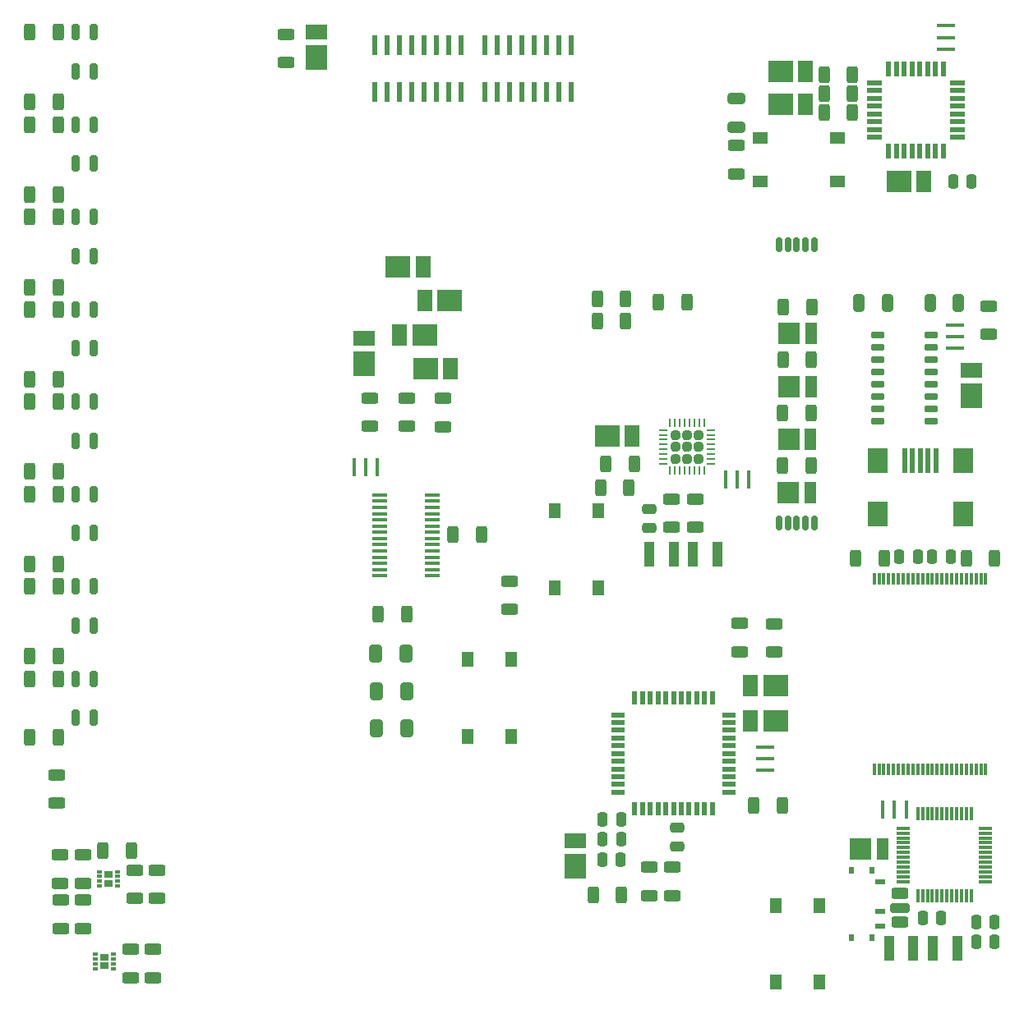
<source format=gbr>
%TF.GenerationSoftware,KiCad,Pcbnew,(6.0.5)*%
%TF.CreationDate,2023-05-31T19:37:01+03:00*%
%TF.ProjectId,JLC1,4a4c4331-2e6b-4696-9361-645f70636258,rev?*%
%TF.SameCoordinates,Original*%
%TF.FileFunction,Paste,Top*%
%TF.FilePolarity,Positive*%
%FSLAX46Y46*%
G04 Gerber Fmt 4.6, Leading zero omitted, Abs format (unit mm)*
G04 Created by KiCad (PCBNEW (6.0.5)) date 2023-05-31 19:37:01*
%MOMM*%
%LPD*%
G01*
G04 APERTURE LIST*
G04 Aperture macros list*
%AMRoundRect*
0 Rectangle with rounded corners*
0 $1 Rounding radius*
0 $2 $3 $4 $5 $6 $7 $8 $9 X,Y pos of 4 corners*
0 Add a 4 corners polygon primitive as box body*
4,1,4,$2,$3,$4,$5,$6,$7,$8,$9,$2,$3,0*
0 Add four circle primitives for the rounded corners*
1,1,$1+$1,$2,$3*
1,1,$1+$1,$4,$5*
1,1,$1+$1,$6,$7*
1,1,$1+$1,$8,$9*
0 Add four rect primitives between the rounded corners*
20,1,$1+$1,$2,$3,$4,$5,0*
20,1,$1+$1,$4,$5,$6,$7,0*
20,1,$1+$1,$6,$7,$8,$9,0*
20,1,$1+$1,$8,$9,$2,$3,0*%
G04 Aperture macros list end*
%ADD10RoundRect,0.250000X0.312500X0.625000X-0.312500X0.625000X-0.312500X-0.625000X0.312500X-0.625000X0*%
%ADD11RoundRect,0.250000X-0.312500X-0.625000X0.312500X-0.625000X0.312500X0.625000X-0.312500X0.625000X0*%
%ADD12RoundRect,0.250000X0.625000X-0.312500X0.625000X0.312500X-0.625000X0.312500X-0.625000X-0.312500X0*%
%ADD13RoundRect,0.250000X-0.625000X0.312500X-0.625000X-0.312500X0.625000X-0.312500X0.625000X0.312500X0*%
%ADD14RoundRect,0.175000X-0.175000X-0.575000X0.175000X-0.575000X0.175000X0.575000X-0.175000X0.575000X0*%
%ADD15R,1.300000X1.550000*%
%ADD16R,2.500000X2.200000*%
%ADD17R,1.550000X2.200000*%
%ADD18R,0.508000X1.473200*%
%ADD19R,1.473200X0.508000*%
%ADD20RoundRect,0.197500X-0.197500X-0.632500X0.197500X-0.632500X0.197500X0.632500X-0.197500X0.632500X0*%
%ADD21R,2.200000X2.200000*%
%ADD22R,1.250000X2.200000*%
%ADD23RoundRect,0.250000X-0.250000X-0.475000X0.250000X-0.475000X0.250000X0.475000X-0.250000X0.475000X0*%
%ADD24RoundRect,0.250000X0.250000X0.475000X-0.250000X0.475000X-0.250000X-0.475000X0.250000X-0.475000X0*%
%ADD25R,0.300000X1.275000*%
%ADD26R,1.525000X0.440000*%
%ADD27R,0.599440X1.998980*%
%ADD28R,2.200000X2.500000*%
%ADD29R,2.200000X1.550000*%
%ADD30R,1.475000X0.300000*%
%ADD31R,0.300000X1.475000*%
%ADD32RoundRect,0.250000X-0.750000X0.250000X-0.750000X-0.250000X0.750000X-0.250000X0.750000X0.250000X0*%
%ADD33R,0.550000X1.600000*%
%ADD34R,1.600000X0.550000*%
%ADD35RoundRect,0.250000X-0.412500X-0.650000X0.412500X-0.650000X0.412500X0.650000X-0.412500X0.650000X0*%
%ADD36R,1.000000X0.500000*%
%ADD37R,0.500000X0.800000*%
%ADD38R,0.400000X1.900000*%
%ADD39RoundRect,0.250000X-0.475000X0.250000X-0.475000X-0.250000X0.475000X-0.250000X0.475000X0.250000X0*%
%ADD40R,1.550000X1.300000*%
%ADD41RoundRect,0.242500X0.242500X0.242500X-0.242500X0.242500X-0.242500X-0.242500X0.242500X-0.242500X0*%
%ADD42RoundRect,0.062500X0.337500X0.062500X-0.337500X0.062500X-0.337500X-0.062500X0.337500X-0.062500X0*%
%ADD43RoundRect,0.062500X0.062500X0.337500X-0.062500X0.337500X-0.062500X-0.337500X0.062500X-0.337500X0*%
%ADD44RoundRect,0.250000X-0.325000X-0.650000X0.325000X-0.650000X0.325000X0.650000X-0.325000X0.650000X0*%
%ADD45R,0.500000X2.500000*%
%ADD46R,2.000000X2.500000*%
%ADD47R,1.100000X2.500000*%
%ADD48RoundRect,0.250000X-0.650000X0.325000X-0.650000X-0.325000X0.650000X-0.325000X0.650000X0.325000X0*%
%ADD49RoundRect,0.250000X0.475000X-0.250000X0.475000X0.250000X-0.475000X0.250000X-0.475000X-0.250000X0*%
%ADD50RoundRect,0.250000X0.325000X0.650000X-0.325000X0.650000X-0.325000X-0.650000X0.325000X-0.650000X0*%
%ADD51R,1.900000X0.400000*%
%ADD52R,0.850000X0.650000*%
%ADD53R,0.500000X0.300000*%
%ADD54RoundRect,0.049600X0.605400X0.260400X-0.605400X0.260400X-0.605400X-0.260400X0.605400X-0.260400X0*%
G04 APERTURE END LIST*
D10*
%TO.C,330R*%
X190770000Y-36520000D03*
X187845000Y-36520000D03*
%TD*%
%TO.C,330R*%
X190770000Y-38470000D03*
X187845000Y-38470000D03*
%TD*%
D11*
%TO.C,2K7*%
X141882500Y-92120000D03*
X144807500Y-92120000D03*
%TD*%
D12*
%TO.C,330R*%
X141045000Y-72782500D03*
X141045000Y-69857500D03*
%TD*%
%TO.C,2K7*%
X118705000Y-129627500D03*
X118705000Y-126702500D03*
%TD*%
D13*
%TO.C,R7*%
X195635000Y-120962500D03*
X195635000Y-123887500D03*
%TD*%
D14*
%TO.C,*%
X183195000Y-82745000D03*
%TD*%
D12*
%TO.C,330R*%
X179139500Y-96030000D03*
X179139500Y-93105000D03*
%TD*%
D15*
%TO.C,RESET*%
X182864500Y-130105000D03*
X182864500Y-122155000D03*
X187364500Y-122155000D03*
X187364500Y-130105000D03*
%TD*%
D10*
%TO.C,47K*%
X108932500Y-39345000D03*
X106007500Y-39345000D03*
%TD*%
D16*
%TO.C,PORT2*%
X146695000Y-63345000D03*
D17*
X144120000Y-63345000D03*
%TD*%
D10*
%TO.C,220R*%
X108932500Y-70245000D03*
X106007500Y-70245000D03*
%TD*%
D14*
%TO.C,*%
X184095000Y-54070000D03*
%TD*%
D18*
%TO.C,ATmega32U4*%
X168334600Y-112241800D03*
X169122000Y-112241800D03*
X169934800Y-112241800D03*
X170722200Y-112241800D03*
X171535000Y-112241800D03*
X172322400Y-112241800D03*
X173109800Y-112241800D03*
X173922600Y-112241800D03*
X174710000Y-112241800D03*
X175522800Y-112241800D03*
X176310200Y-112241800D03*
D19*
X178062800Y-110489200D03*
X178062800Y-109701800D03*
X178062800Y-108889000D03*
X178062800Y-108101600D03*
X178062800Y-107288800D03*
X178062800Y-106501400D03*
X178062800Y-105714000D03*
X178062800Y-104901200D03*
X178062800Y-104113800D03*
X178062800Y-103301000D03*
X178062800Y-102513600D03*
D18*
X176310200Y-100761000D03*
X175522800Y-100761000D03*
X174710000Y-100761000D03*
X173922600Y-100761000D03*
X173109800Y-100761000D03*
X172322400Y-100761000D03*
X171535000Y-100761000D03*
X170722200Y-100761000D03*
X169934800Y-100761000D03*
X169122000Y-100761000D03*
X168334600Y-100761000D03*
D19*
X166582000Y-102513600D03*
X166582000Y-103301000D03*
X166582000Y-104113800D03*
X166582000Y-104901200D03*
X166582000Y-105714000D03*
X166582000Y-106501400D03*
X166582000Y-107288800D03*
X166582000Y-108101600D03*
X166582000Y-108889000D03*
X166582000Y-109701800D03*
X166582000Y-110489200D03*
%TD*%
D15*
%TO.C,RESET*%
X164570000Y-81445000D03*
X164570000Y-89395000D03*
X160070000Y-81445000D03*
X160070000Y-89395000D03*
%TD*%
D14*
%TO.C,*%
X185895000Y-54070000D03*
%TD*%
D12*
%TO.C,22R*%
X174520000Y-83176250D03*
X174520000Y-80251250D03*
%TD*%
D20*
%TO.C,REF\u002A\u002A*%
X110745000Y-64720000D03*
X110745000Y-60720000D03*
X112545000Y-64720000D03*
X112545000Y-60720000D03*
%TD*%
D16*
%TO.C,REF\u002A\u002A*%
X183370000Y-36145000D03*
D17*
X185945000Y-36145000D03*
%TD*%
D16*
%TO.C,REF\u002A\u002A*%
X195545000Y-47520000D03*
D17*
X198120000Y-47520000D03*
%TD*%
D16*
%TO.C,PORT4*%
X143945000Y-56345000D03*
D17*
X146520000Y-56345000D03*
%TD*%
D21*
%TO.C,REF\u002A\u002A*%
X184220000Y-63195000D03*
D22*
X186495000Y-63195000D03*
%TD*%
D23*
%TO.C,0.1uF*%
X164997400Y-113301400D03*
X166897400Y-113301400D03*
%TD*%
D12*
%TO.C,330R*%
X144870000Y-72782500D03*
X144870000Y-69857500D03*
%TD*%
D24*
%TO.C,1uF*%
X203045000Y-47545000D03*
X201145000Y-47545000D03*
%TD*%
D10*
%TO.C,47K*%
X108945000Y-67920000D03*
X106020000Y-67920000D03*
%TD*%
D13*
%TO.C,22R*%
X172214500Y-118232500D03*
X172214500Y-121157500D03*
%TD*%
D16*
%TO.C,REF\u002A\u002A*%
X183345000Y-39595000D03*
D17*
X185920000Y-39595000D03*
%TD*%
D14*
%TO.C,*%
X185895000Y-82745000D03*
%TD*%
D12*
%TO.C,*%
X148545000Y-72795000D03*
%TD*%
D25*
%TO.C,m1*%
X204485000Y-88475000D03*
X203985000Y-88475000D03*
X203485000Y-88475000D03*
X202985000Y-88475000D03*
X202485000Y-88475000D03*
X201985000Y-88475000D03*
X201485000Y-88475000D03*
X200985000Y-88475000D03*
X200485000Y-88475000D03*
X199985000Y-88475000D03*
X199485000Y-88475000D03*
X198985000Y-88475000D03*
X198485000Y-88475000D03*
X197985000Y-88475000D03*
X197485000Y-88475000D03*
X196985000Y-88475000D03*
X196485000Y-88475000D03*
X195985000Y-88475000D03*
X195485000Y-88475000D03*
X194985000Y-88475000D03*
X194485000Y-88475000D03*
X193985000Y-88475000D03*
X193485000Y-88475000D03*
X192985000Y-88475000D03*
X192985000Y-108151000D03*
X193485000Y-108151000D03*
X193985000Y-108151000D03*
X194485000Y-108151000D03*
X194985000Y-108151000D03*
X195485000Y-108151000D03*
X195985000Y-108151000D03*
X196485000Y-108151000D03*
X196985000Y-108151000D03*
X197485000Y-108151000D03*
X197985000Y-108151000D03*
X198485000Y-108151000D03*
X198985000Y-108151000D03*
X199485000Y-108151000D03*
X199985000Y-108151000D03*
X200485000Y-108151000D03*
X200985000Y-108151000D03*
X201485000Y-108151000D03*
X201985000Y-108151000D03*
X202485000Y-108151000D03*
X202985000Y-108151000D03*
X203485000Y-108151000D03*
X203985000Y-108151000D03*
X204485000Y-108151000D03*
%TD*%
D10*
%TO.C,220R*%
X108932500Y-89295000D03*
X106007500Y-89295000D03*
%TD*%
D26*
%TO.C,FE1.1s*%
X142066500Y-79855000D03*
X142066500Y-80495000D03*
X142066500Y-81135000D03*
X142066500Y-81775000D03*
X142066500Y-82415000D03*
X142066500Y-83055000D03*
X142066500Y-83695000D03*
X142066500Y-84335000D03*
X142066500Y-84975000D03*
X142066500Y-85615000D03*
X142066500Y-86255000D03*
X142066500Y-86895000D03*
X142066500Y-87535000D03*
X142066500Y-88175000D03*
X147490500Y-88175000D03*
X147490500Y-87535000D03*
X147490500Y-86895000D03*
X147490500Y-86255000D03*
X147490500Y-85615000D03*
X147490500Y-84975000D03*
X147490500Y-84335000D03*
X147490500Y-83695000D03*
X147490500Y-83055000D03*
X147490500Y-82415000D03*
X147490500Y-81775000D03*
X147490500Y-81135000D03*
X147490500Y-80495000D03*
X147490500Y-79855000D03*
%TD*%
D10*
%TO.C,47K*%
X108932500Y-58420000D03*
X106007500Y-58420000D03*
%TD*%
D12*
%TO.C,1K*%
X155420000Y-91657500D03*
X155420000Y-88732500D03*
%TD*%
D10*
%TO.C,220R*%
X108932500Y-98820000D03*
X106007500Y-98820000D03*
%TD*%
D11*
%TO.C,10K*%
X164807500Y-79120000D03*
X167732500Y-79120000D03*
%TD*%
D20*
%TO.C,REF\u002A\u002A*%
X110745000Y-102820000D03*
X110745000Y-98820000D03*
X112545000Y-102820000D03*
X112545000Y-98820000D03*
%TD*%
D27*
%TO.C,REF\u002A\u002A*%
X152852500Y-38280300D03*
X154122500Y-38280300D03*
X155392500Y-38280300D03*
X156662500Y-38280300D03*
X157932500Y-38280300D03*
X159202500Y-38280300D03*
X160472500Y-38280300D03*
X161742500Y-38280300D03*
X161742500Y-33479700D03*
X160472500Y-33479700D03*
X159202500Y-33479700D03*
X157932500Y-33479700D03*
X156662500Y-33479700D03*
X155392500Y-33479700D03*
X154122500Y-33479700D03*
X152852500Y-33479700D03*
%TD*%
D21*
%TO.C,D3*%
X191600000Y-116365000D03*
D22*
X193875000Y-116365000D03*
%TD*%
D10*
%TO.C,100nF*%
X173682500Y-59970000D03*
X170757500Y-59970000D03*
%TD*%
D20*
%TO.C,REF\u002A\u002A*%
X110745000Y-93295000D03*
X110745000Y-89295000D03*
X112545000Y-93295000D03*
X112545000Y-89295000D03*
%TD*%
D10*
%TO.C,220R*%
X108932500Y-60745000D03*
X106007500Y-60745000D03*
%TD*%
D15*
%TO.C,RESET*%
X155620000Y-96770000D03*
X155620000Y-104720000D03*
X151120000Y-104720000D03*
X151120000Y-96770000D03*
%TD*%
D21*
%TO.C,REF\u002A\u002A*%
X184145000Y-79570000D03*
D22*
X186420000Y-79570000D03*
%TD*%
D11*
%TO.C,R5*%
X202472500Y-86375000D03*
X205397500Y-86375000D03*
%TD*%
D12*
%TO.C,2K7*%
X109160000Y-124535000D03*
X109160000Y-121610000D03*
%TD*%
D10*
%TO.C,FUSE*%
X152507500Y-83945000D03*
X149582500Y-83945000D03*
%TD*%
D24*
%TO.C,C5*%
X205385000Y-123925000D03*
X203485000Y-123925000D03*
%TD*%
D13*
%TO.C,1K*%
X108760000Y-108707500D03*
X108760000Y-111632500D03*
%TD*%
D16*
%TO.C,PORT1*%
X146795000Y-66845000D03*
D17*
X149370000Y-66845000D03*
%TD*%
D14*
%TO.C,*%
X186795000Y-54070000D03*
%TD*%
D10*
%TO.C,47K*%
X108932500Y-48870000D03*
X106007500Y-48870000D03*
%TD*%
D28*
%TO.C,REF\u002A\u002A*%
X202970000Y-69576250D03*
D29*
X202970000Y-67001250D03*
%TD*%
D13*
%TO.C,330R*%
X178795000Y-43807500D03*
X178795000Y-46732500D03*
%TD*%
D14*
%TO.C,*%
X184095000Y-82745000D03*
%TD*%
D30*
%TO.C,f1*%
X195997000Y-114213000D03*
X195997000Y-114713000D03*
X195997000Y-115213000D03*
X195997000Y-115713000D03*
X195997000Y-116213000D03*
X195997000Y-116713000D03*
X195997000Y-117213000D03*
X195997000Y-117713000D03*
X195997000Y-118213000D03*
X195997000Y-118713000D03*
X195997000Y-119213000D03*
X195997000Y-119713000D03*
D31*
X197485000Y-121201000D03*
X197985000Y-121201000D03*
X198485000Y-121201000D03*
X198985000Y-121201000D03*
X199485000Y-121201000D03*
X199985000Y-121201000D03*
X200485000Y-121201000D03*
X200985000Y-121201000D03*
X201485000Y-121201000D03*
X201985000Y-121201000D03*
X202485000Y-121201000D03*
X202985000Y-121201000D03*
D30*
X204473000Y-119713000D03*
X204473000Y-119213000D03*
X204473000Y-118713000D03*
X204473000Y-118213000D03*
X204473000Y-117713000D03*
X204473000Y-117213000D03*
X204473000Y-116713000D03*
X204473000Y-116213000D03*
X204473000Y-115713000D03*
X204473000Y-115213000D03*
X204473000Y-114713000D03*
X204473000Y-114213000D03*
D31*
X202985000Y-112725000D03*
X202485000Y-112725000D03*
X201985000Y-112725000D03*
X201485000Y-112725000D03*
X200985000Y-112725000D03*
X200485000Y-112725000D03*
X199985000Y-112725000D03*
X199485000Y-112725000D03*
X198985000Y-112725000D03*
X198485000Y-112725000D03*
X197985000Y-112725000D03*
X197485000Y-112725000D03*
%TD*%
D32*
%TO.C,REF\u002A\u002A*%
X195635000Y-122475000D03*
%TD*%
D11*
%TO.C,REF\u002A\u002A*%
X183545000Y-76845000D03*
X186470000Y-76845000D03*
%TD*%
D33*
%TO.C,ATmega16U2*%
X200095000Y-35895000D03*
X199295000Y-35895000D03*
X198495000Y-35895000D03*
X197695000Y-35895000D03*
X196895000Y-35895000D03*
X196095000Y-35895000D03*
X195295000Y-35895000D03*
X194495000Y-35895000D03*
D34*
X193045000Y-37345000D03*
X193045000Y-38145000D03*
X193045000Y-38945000D03*
X193045000Y-39745000D03*
X193045000Y-40545000D03*
X193045000Y-41345000D03*
X193045000Y-42145000D03*
X193045000Y-42945000D03*
D33*
X194495000Y-44395000D03*
X195295000Y-44395000D03*
X196095000Y-44395000D03*
X196895000Y-44395000D03*
X197695000Y-44395000D03*
X198495000Y-44395000D03*
X199295000Y-44395000D03*
X200095000Y-44395000D03*
D34*
X201545000Y-42945000D03*
X201545000Y-42145000D03*
X201545000Y-41345000D03*
X201545000Y-40545000D03*
X201545000Y-39745000D03*
X201545000Y-38945000D03*
X201545000Y-38145000D03*
X201545000Y-37345000D03*
%TD*%
D35*
%TO.C,10uF*%
X141632500Y-96195000D03*
X144757500Y-96195000D03*
%TD*%
D16*
%TO.C,REF\u002A\u002A*%
X165495000Y-73770000D03*
D17*
X168070000Y-73770000D03*
%TD*%
D10*
%TO.C,220R*%
X108932500Y-41670000D03*
X106007500Y-41670000D03*
%TD*%
D21*
%TO.C,REF\u002A\u002A*%
X184195000Y-68645000D03*
D22*
X186470000Y-68645000D03*
%TD*%
D14*
%TO.C,*%
X186795000Y-82745000D03*
%TD*%
D16*
%TO.C,TX*%
X182814500Y-99545000D03*
D17*
X180239500Y-99545000D03*
%TD*%
D11*
%TO.C,REF\u002A\u002A*%
X183595000Y-65920000D03*
X186520000Y-65920000D03*
%TD*%
D10*
%TO.C,220R*%
X108932500Y-32145000D03*
X106007500Y-32145000D03*
%TD*%
D12*
%TO.C,330R*%
X182689500Y-96055000D03*
X182689500Y-93130000D03*
%TD*%
D14*
%TO.C,*%
X184995000Y-82745000D03*
%TD*%
D24*
%TO.C,10uF*%
X166889500Y-117495000D03*
X164989500Y-117495000D03*
%TD*%
D23*
%TO.C,C2*%
X195572500Y-86225000D03*
X197472500Y-86225000D03*
%TD*%
D14*
%TO.C,*%
X184995000Y-54070000D03*
%TD*%
D36*
%TO.C,SW1*%
X193585000Y-119775000D03*
X193585000Y-122775000D03*
X193585000Y-124275000D03*
D37*
X192785000Y-125475000D03*
X190685000Y-125475000D03*
X190685000Y-118575000D03*
X192785000Y-118575000D03*
%TD*%
D38*
%TO.C,16MHz*%
X180095000Y-78245000D03*
X178895000Y-78245000D03*
X177695000Y-78245000D03*
%TD*%
D14*
%TO.C,*%
X183195000Y-54070000D03*
%TD*%
D10*
%TO.C,220R*%
X108932500Y-51195000D03*
X106007500Y-51195000D03*
%TD*%
D39*
%TO.C,1uF*%
X172710000Y-114164000D03*
X172710000Y-116064000D03*
%TD*%
D11*
%TO.C,10K*%
X187845000Y-40420000D03*
X190770000Y-40420000D03*
%TD*%
%TO.C,1K*%
X165332500Y-76670000D03*
X168257500Y-76670000D03*
%TD*%
D12*
%TO.C,330R*%
X148545000Y-72795000D03*
X148545000Y-69870000D03*
%TD*%
D13*
%TO.C,1K*%
X204820000Y-60363750D03*
X204820000Y-63288750D03*
%TD*%
D10*
%TO.C,47K*%
X108932500Y-86970000D03*
X106007500Y-86970000D03*
%TD*%
D40*
%TO.C,RESET*%
X189220000Y-43045000D03*
X181270000Y-43045000D03*
X189220000Y-47545000D03*
X181270000Y-47545000D03*
%TD*%
D20*
%TO.C,REF\u002A\u002A*%
X110745000Y-83770000D03*
X110745000Y-79770000D03*
X112545000Y-83770000D03*
X112545000Y-79770000D03*
%TD*%
D41*
%TO.C,AT90USB162*%
X174920000Y-74895000D03*
X172520000Y-74895000D03*
X174920000Y-73695000D03*
X173720000Y-76095000D03*
X173720000Y-74895000D03*
X174920000Y-76095000D03*
X172520000Y-73695000D03*
X172520000Y-76095000D03*
X173720000Y-73695000D03*
D42*
X176170000Y-76645000D03*
X176170000Y-76145000D03*
X176170000Y-75645000D03*
X176170000Y-75145000D03*
X176170000Y-74645000D03*
X176170000Y-74145000D03*
X176170000Y-73645000D03*
X176170000Y-73145000D03*
D43*
X175470000Y-72445000D03*
X174970000Y-72445000D03*
X174470000Y-72445000D03*
X173970000Y-72445000D03*
X173470000Y-72445000D03*
X172970000Y-72445000D03*
X172470000Y-72445000D03*
X171970000Y-72445000D03*
D42*
X171270000Y-73145000D03*
X171270000Y-73645000D03*
X171270000Y-74145000D03*
X171270000Y-74645000D03*
X171270000Y-75145000D03*
X171270000Y-75645000D03*
X171270000Y-76145000D03*
X171270000Y-76645000D03*
D43*
X171970000Y-77345000D03*
X172470000Y-77345000D03*
X172970000Y-77345000D03*
X173470000Y-77345000D03*
X173970000Y-77345000D03*
X174470000Y-77345000D03*
X174970000Y-77345000D03*
X175470000Y-77345000D03*
%TD*%
D13*
%TO.C,22R*%
X169845500Y-118240500D03*
X169845500Y-121165500D03*
%TD*%
D20*
%TO.C,REF\u002A\u002A*%
X110745000Y-36145000D03*
X110745000Y-32145000D03*
X112545000Y-36145000D03*
X112545000Y-32145000D03*
%TD*%
D12*
%TO.C,2K7*%
X116375000Y-129627500D03*
X116375000Y-126702500D03*
%TD*%
D10*
%TO.C,100nF*%
X167382500Y-59620000D03*
X164457500Y-59620000D03*
%TD*%
D44*
%TO.C,100nF*%
X191395000Y-60076250D03*
X194345000Y-60076250D03*
%TD*%
D45*
%TO.C,USB*%
X196145000Y-76326250D03*
X196945000Y-76326250D03*
X197745000Y-76326250D03*
X198545000Y-76326250D03*
X199345000Y-76326250D03*
D46*
X202145000Y-81826250D03*
X193345000Y-76326250D03*
X193345000Y-81826250D03*
X202145000Y-76326250D03*
%TD*%
D20*
%TO.C,REF\u002A\u002A*%
X110745000Y-74245000D03*
X110745000Y-70245000D03*
X112545000Y-74245000D03*
X112545000Y-70245000D03*
%TD*%
D10*
%TO.C,47K*%
X108932500Y-96495000D03*
X106007500Y-96495000D03*
%TD*%
D11*
%TO.C,10K*%
X180577000Y-111855000D03*
X183502000Y-111855000D03*
%TD*%
D10*
%TO.C,R3*%
X193997500Y-86375000D03*
X191072500Y-86375000D03*
%TD*%
D35*
%TO.C,10uF*%
X141682500Y-103945000D03*
X144807500Y-103945000D03*
%TD*%
D24*
%TO.C,C8*%
X205385000Y-125950000D03*
X203485000Y-125950000D03*
%TD*%
D28*
%TO.C,POW*%
X162164500Y-118120000D03*
D29*
X162164500Y-115545000D03*
%TD*%
D47*
%TO.C,J1*%
X201535000Y-126575000D03*
X199035000Y-126575000D03*
X197035000Y-126575000D03*
X194535000Y-126575000D03*
%TD*%
D12*
%TO.C,2K7*%
X119110000Y-121475000D03*
X119110000Y-118550000D03*
%TD*%
D47*
%TO.C,USB_0*%
X176820000Y-85938750D03*
X174320000Y-85938750D03*
X172320000Y-85938750D03*
X169820000Y-85938750D03*
%TD*%
D10*
%TO.C,10uF*%
X167382500Y-61945000D03*
X164457500Y-61945000D03*
%TD*%
D11*
%TO.C,REF\u002A\u002A*%
X183570000Y-71395000D03*
X186495000Y-71395000D03*
%TD*%
D10*
%TO.C,47K*%
X108932500Y-104845000D03*
X106007500Y-104845000D03*
%TD*%
D20*
%TO.C,REF\u002A\u002A*%
X110745000Y-45670000D03*
X110745000Y-41670000D03*
X112545000Y-45670000D03*
X112545000Y-41670000D03*
%TD*%
D12*
%TO.C,2K7*%
X111490000Y-124535000D03*
X111490000Y-121610000D03*
%TD*%
D11*
%TO.C,330R*%
X164027000Y-121120000D03*
X166952000Y-121120000D03*
%TD*%
D48*
%TO.C,100nF*%
X178770000Y-38995000D03*
X178770000Y-41945000D03*
%TD*%
D28*
%TO.C,PWR*%
X140445000Y-66295000D03*
D29*
X140445000Y-63720000D03*
%TD*%
D28*
%TO.C,REF\u002A\u002A*%
X135500000Y-34695600D03*
D29*
X135500000Y-32120600D03*
%TD*%
D16*
%TO.C,RX*%
X182814500Y-103120000D03*
D17*
X180239500Y-103120000D03*
%TD*%
D20*
%TO.C,REF\u002A\u002A*%
X110745000Y-55195000D03*
X110745000Y-51195000D03*
X112545000Y-55195000D03*
X112545000Y-51195000D03*
%TD*%
D49*
%TO.C,1uF*%
X169820000Y-83220000D03*
X169820000Y-81320000D03*
%TD*%
D50*
%TO.C,100nF*%
X201695000Y-60053750D03*
X198745000Y-60053750D03*
%TD*%
D27*
%TO.C,REF\u002A\u002A*%
X141530000Y-38295600D03*
X142800000Y-38295600D03*
X144070000Y-38295600D03*
X145340000Y-38295600D03*
X146610000Y-38295600D03*
X147880000Y-38295600D03*
X149150000Y-38295600D03*
X150420000Y-38295600D03*
X150420000Y-33495000D03*
X149150000Y-33495000D03*
X147880000Y-33495000D03*
X146610000Y-33495000D03*
X145340000Y-33495000D03*
X144070000Y-33495000D03*
X142800000Y-33495000D03*
X141530000Y-33495000D03*
%TD*%
D21*
%TO.C,REF\u002A\u002A*%
X184170000Y-74120000D03*
D22*
X186445000Y-74120000D03*
%TD*%
D51*
%TO.C,16MHz*%
X200345000Y-33870000D03*
X200345000Y-32670000D03*
X200345000Y-31470000D03*
%TD*%
D10*
%TO.C,2K7*%
X116452500Y-116522500D03*
X113527500Y-116522500D03*
%TD*%
%TO.C,47K*%
X108932500Y-77445000D03*
X106007500Y-77445000D03*
%TD*%
D51*
%TO.C,16MHz*%
X181760000Y-105814000D03*
X181760000Y-107014000D03*
X181760000Y-108214000D03*
%TD*%
D35*
%TO.C,10uF*%
X141707500Y-100095000D03*
X144832500Y-100095000D03*
%TD*%
D13*
%TO.C,1K*%
X132425000Y-32333100D03*
X132425000Y-35258100D03*
%TD*%
D38*
%TO.C,12MHz*%
X139395000Y-76945000D03*
X140595000Y-76945000D03*
X141795000Y-76945000D03*
%TD*%
D52*
%TO.C,LM358*%
X114110000Y-119872500D03*
X114110000Y-118997500D03*
D53*
X113210000Y-118685000D03*
X113210000Y-119185000D03*
X113210000Y-119685000D03*
X113210000Y-120185000D03*
X115010000Y-120185000D03*
X115010000Y-119685000D03*
X115010000Y-119185000D03*
X115010000Y-118685000D03*
%TD*%
D23*
%TO.C,1uF*%
X164997400Y-115376400D03*
X166897400Y-115376400D03*
%TD*%
D24*
%TO.C,C4*%
X199885000Y-123425000D03*
X197985000Y-123425000D03*
%TD*%
D38*
%TO.C,Y2*%
X196285000Y-112275000D03*
X195085000Y-112275000D03*
X193885000Y-112275000D03*
%TD*%
D11*
%TO.C,REF\u002A\u002A*%
X183620000Y-60470000D03*
X186545000Y-60470000D03*
%TD*%
D52*
%TO.C,LM358*%
X113695000Y-127525000D03*
X113695000Y-128400000D03*
D53*
X112795000Y-127212500D03*
X112795000Y-127712500D03*
X112795000Y-128212500D03*
X112795000Y-128712500D03*
X114595000Y-128712500D03*
X114595000Y-128212500D03*
X114595000Y-127712500D03*
X114595000Y-127212500D03*
%TD*%
D16*
%TO.C,PORT3*%
X149245000Y-59820000D03*
D17*
X146670000Y-59820000D03*
%TD*%
D23*
%TO.C,C1*%
X198985000Y-86225000D03*
X200885000Y-86225000D03*
%TD*%
D51*
%TO.C,12MHz*%
X201342500Y-62303750D03*
X201342500Y-63503750D03*
X201342500Y-64703750D03*
%TD*%
D12*
%TO.C,2K7*%
X109130000Y-119875000D03*
X109130000Y-116950000D03*
%TD*%
%TO.C,2K7*%
X111460000Y-119875000D03*
X111460000Y-116950000D03*
%TD*%
D10*
%TO.C,220R*%
X108932500Y-79770000D03*
X106007500Y-79770000D03*
%TD*%
D12*
%TO.C,2K7*%
X116780000Y-121475000D03*
X116780000Y-118550000D03*
%TD*%
%TO.C,22R*%
X172145000Y-83176250D03*
X172145000Y-80251250D03*
%TD*%
D54*
%TO.C,CH340G*%
X198867500Y-72273750D03*
X198867500Y-71003750D03*
X198867500Y-69733750D03*
X198867500Y-68463750D03*
X198867500Y-67193750D03*
X198867500Y-65923750D03*
X198867500Y-64653750D03*
X198867500Y-63383750D03*
X193367500Y-63383750D03*
X193367500Y-64653750D03*
X193367500Y-65923750D03*
X193367500Y-67193750D03*
X193367500Y-68463750D03*
X193367500Y-69733750D03*
X193367500Y-71003750D03*
X193367500Y-72273750D03*
%TD*%
M02*

</source>
